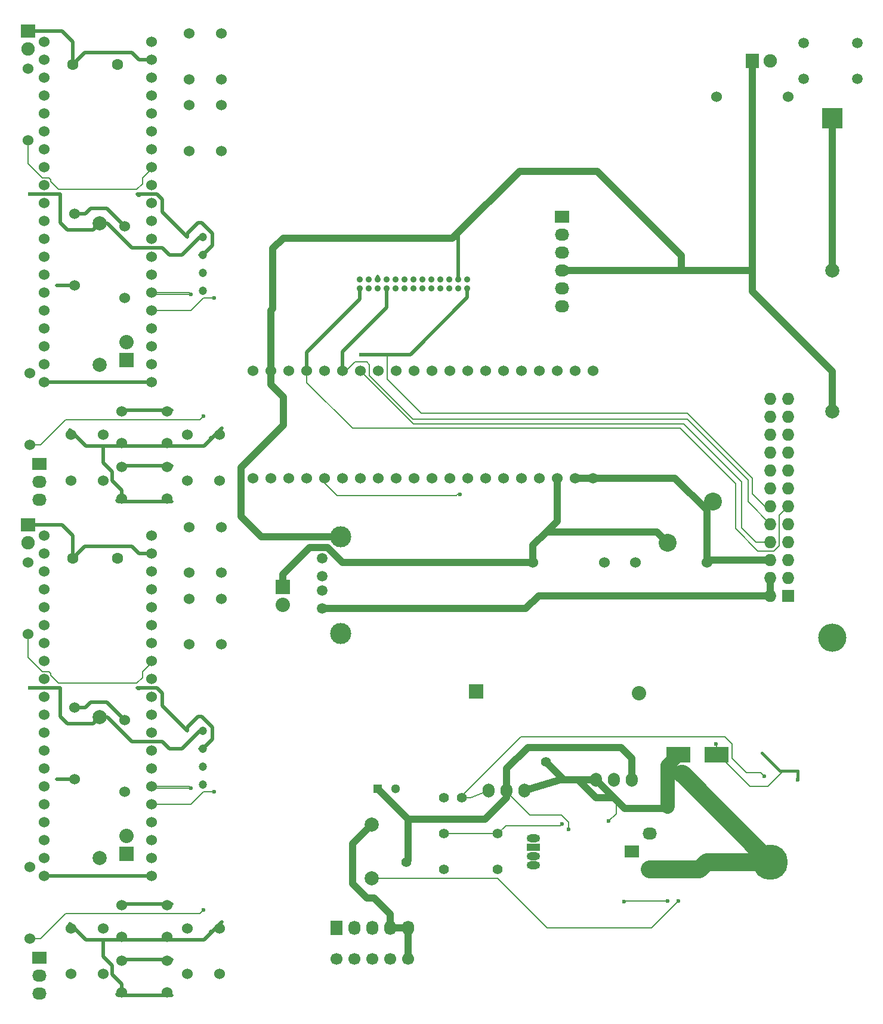
<source format=gbr>
G04 #@! TF.FileFunction,Copper,L2,Bot,Signal*
%FSLAX46Y46*%
G04 Gerber Fmt 4.6, Leading zero omitted, Abs format (unit mm)*
G04 Created by KiCad (PCBNEW 4.0.2+dfsg1-stable) date 2017年07月20日 15時33分43秒*
%MOMM*%
G01*
G04 APERTURE LIST*
%ADD10C,0.100000*%
%ADD11C,1.524000*%
%ADD12R,2.032000X1.727200*%
%ADD13O,2.032000X1.727200*%
%ADD14R,2.000000X1.900000*%
%ADD15C,1.900000*%
%ADD16C,1.200000*%
%ADD17C,1.600200*%
%ADD18C,2.000000*%
%ADD19R,2.032000X2.032000*%
%ADD20O,2.032000X2.032000*%
%ADD21R,3.000000X3.000000*%
%ADD22O,4.000000X4.000000*%
%ADD23R,1.900000X2.000000*%
%ADD24C,1.501140*%
%ADD25C,2.999740*%
%ADD26C,1.500000*%
%ADD27C,0.900000*%
%ADD28R,1.727200X1.727200*%
%ADD29O,1.727200X1.727200*%
%ADD30R,1.300000X1.300000*%
%ADD31C,1.300000*%
%ADD32O,1.700000X2.000000*%
%ADD33R,1.727200X2.032000*%
%ADD34O,1.727200X2.032000*%
%ADD35C,1.700000*%
%ADD36C,1.397000*%
%ADD37R,3.500120X2.301240*%
%ADD38C,5.000000*%
%ADD39O,1.905000X1.117600*%
%ADD40R,1.905000X1.117600*%
%ADD41C,0.600000*%
%ADD42C,1.399540*%
%ADD43C,2.540000*%
%ADD44C,0.508000*%
%ADD45C,1.016000*%
%ADD46C,0.203200*%
%ADD47C,2.540000*%
%ADD48C,2.032000*%
%ADD49C,0.381000*%
G04 APERTURE END LIST*
D10*
D11*
X64641600Y-38934800D03*
X64641600Y-41474800D03*
X64641600Y-44014800D03*
X64641600Y-46554800D03*
X64641600Y-49094800D03*
X64641600Y-51634800D03*
X64641600Y-54174800D03*
X64641600Y-56714800D03*
X64641600Y-59254800D03*
X64641600Y-61794800D03*
X64641600Y-64334800D03*
X64641600Y-66874800D03*
X64641600Y-69414800D03*
X64641600Y-71954800D03*
X64641600Y-74494800D03*
X64641600Y-77034800D03*
X64641600Y-79574800D03*
X64641600Y-82114800D03*
X64641600Y-84654800D03*
X64641600Y-87194800D03*
X79881600Y-87194800D03*
X79881600Y-84654800D03*
X79881600Y-82114800D03*
X79881600Y-79574800D03*
X79881600Y-77034800D03*
X79881600Y-74494800D03*
X79881600Y-71954800D03*
X79881600Y-69414800D03*
X79881600Y-66874800D03*
X79881600Y-64334800D03*
X79881600Y-61794800D03*
X79881600Y-59254800D03*
X79881600Y-56714800D03*
X79881600Y-54174800D03*
X79881600Y-51634800D03*
X79881600Y-49094800D03*
X79881600Y-46554800D03*
X79881600Y-44014800D03*
X79881600Y-41474800D03*
X79881600Y-38934800D03*
X75615600Y-95794800D03*
X82115600Y-95794800D03*
X82115600Y-91294800D03*
X75615600Y-91294800D03*
X75615600Y-103668800D03*
X82115600Y-103668800D03*
X82115600Y-99168800D03*
X75615600Y-99168800D03*
X89497600Y-101112800D03*
X89497600Y-94612800D03*
X84997600Y-94612800D03*
X84997600Y-101112800D03*
X68487600Y-94612800D03*
X68487600Y-101112800D03*
X72987600Y-101112800D03*
X72987600Y-94612800D03*
X89751600Y-44216800D03*
X89751600Y-37716800D03*
X85251600Y-37716800D03*
X85251600Y-44216800D03*
X89751600Y-54376800D03*
X89751600Y-47876800D03*
X85251600Y-47876800D03*
X85251600Y-54376800D03*
D12*
X63955600Y-98784800D03*
D13*
X63955600Y-101324800D03*
X63955600Y-103864800D03*
D14*
X62355600Y-37410800D03*
D15*
X62355600Y-39950800D03*
D16*
X87163600Y-66620800D03*
X87163600Y-69160800D03*
X87163600Y-71700800D03*
X87163600Y-74240800D03*
D17*
X68705600Y-42109800D03*
X75055600Y-42109800D03*
D11*
X76071600Y-65096800D03*
X76071600Y-75256800D03*
X68959600Y-73478800D03*
X68959600Y-63318800D03*
X62355600Y-52904800D03*
X62355600Y-42744800D03*
X62609600Y-96084800D03*
X62609600Y-85924800D03*
D18*
X72515600Y-64684800D03*
X72515600Y-84684800D03*
D19*
X76325600Y-84019800D03*
D20*
X76325600Y-81479800D03*
D21*
X176443600Y-49748800D03*
D22*
X176443600Y-123408800D03*
D18*
X176443600Y-91308800D03*
X176443600Y-71308800D03*
D23*
X165173600Y-41620800D03*
D15*
X167713600Y-41620800D03*
D24*
X104083480Y-112131940D03*
X104083480Y-114671940D03*
X104083480Y-116703940D03*
X104083480Y-119243940D03*
D25*
X106750480Y-109083940D03*
X106750480Y-122799940D03*
D12*
X138085600Y-63744800D03*
D13*
X138085600Y-66284800D03*
X138085600Y-68824800D03*
X138085600Y-71364800D03*
X138085600Y-73904800D03*
X138085600Y-76444800D03*
D11*
X160093600Y-46700800D03*
X170253600Y-46700800D03*
X134005600Y-112744800D03*
X144165600Y-112744800D03*
X148505600Y-112744800D03*
X158665600Y-112744800D03*
D26*
X179999600Y-39080800D03*
X179999600Y-44160800D03*
X172379600Y-39080800D03*
X172379600Y-44160800D03*
D19*
X125897600Y-131028800D03*
D20*
X149085600Y-131244800D03*
D27*
X109465600Y-73879800D03*
X109465600Y-72609800D03*
X110735600Y-73879800D03*
X110735600Y-72609800D03*
X112005600Y-73879800D03*
X112005600Y-72609800D03*
X113275600Y-73879800D03*
X113275600Y-72609800D03*
X114545600Y-73879800D03*
X114545600Y-72609800D03*
X115815600Y-73879800D03*
X115815600Y-72609800D03*
X117085600Y-73879800D03*
X117085600Y-72609800D03*
X118355600Y-73879800D03*
X118355600Y-72609800D03*
X119625600Y-73879800D03*
X119625600Y-72609800D03*
X120895600Y-73879800D03*
X120895600Y-72609800D03*
X122165600Y-73879800D03*
X122165600Y-72609800D03*
X123435600Y-73879800D03*
X123435600Y-72609800D03*
X124705600Y-73879800D03*
X124705600Y-72609800D03*
D11*
X142545600Y-85554800D03*
X140005600Y-85554800D03*
X137465600Y-85554800D03*
X134925600Y-85554800D03*
X132385600Y-85554800D03*
X129845600Y-85554800D03*
X127305600Y-85554800D03*
X124765600Y-85554800D03*
X122225600Y-85554800D03*
X119685600Y-85554800D03*
X117145600Y-85554800D03*
X114605600Y-85554800D03*
X112065600Y-85554800D03*
X109525600Y-85554800D03*
X106985600Y-85554800D03*
X104445600Y-85554800D03*
X101905600Y-85554800D03*
X99365600Y-85554800D03*
X96825600Y-85554800D03*
X94285600Y-85554800D03*
X94285600Y-100794800D03*
X96825600Y-100794800D03*
X99365600Y-100794800D03*
X101905600Y-100794800D03*
X104445600Y-100794800D03*
X106985600Y-100794800D03*
X109525600Y-100794800D03*
X112065600Y-100794800D03*
X114605600Y-100794800D03*
X117145600Y-100794800D03*
X119685600Y-100794800D03*
X122225600Y-100794800D03*
X124765600Y-100794800D03*
X127305600Y-100794800D03*
X129845600Y-100794800D03*
X132385600Y-100794800D03*
X134925600Y-100794800D03*
X137465600Y-100794800D03*
X140005600Y-100794800D03*
X142545600Y-100794800D03*
D19*
X98465600Y-116169800D03*
D20*
X98465600Y-118709800D03*
D28*
X170220600Y-117439800D03*
D29*
X167680600Y-117439800D03*
X170220600Y-114899800D03*
X167680600Y-114899800D03*
X170220600Y-112359800D03*
X167680600Y-112359800D03*
X170220600Y-109819800D03*
X167680600Y-109819800D03*
X170220600Y-107279800D03*
X167680600Y-107279800D03*
X170220600Y-104739800D03*
X167680600Y-104739800D03*
X170220600Y-102199800D03*
X167680600Y-102199800D03*
X170220600Y-99659800D03*
X167680600Y-99659800D03*
X170220600Y-97119800D03*
X167680600Y-97119800D03*
X170220600Y-94579800D03*
X167680600Y-94579800D03*
X170220600Y-92039800D03*
X167680600Y-92039800D03*
X170220600Y-89499800D03*
X167680600Y-89499800D03*
D30*
X111997600Y-144854800D03*
D31*
X114497600Y-144854800D03*
D32*
X148065600Y-143584800D03*
X145525600Y-143584800D03*
X142985600Y-143584800D03*
X132825600Y-145108800D03*
X130285600Y-145108800D03*
X127745600Y-145108800D03*
D33*
X106155600Y-164539800D03*
D34*
X108695600Y-164539800D03*
X111235600Y-164539800D03*
X113775600Y-164539800D03*
X116315600Y-164539800D03*
D35*
X116315600Y-168984800D03*
X111235600Y-168984800D03*
X113775600Y-168984800D03*
X108695600Y-168984800D03*
X106155600Y-168984800D03*
D12*
X148065600Y-153744800D03*
D13*
X150605600Y-151204800D03*
X150605600Y-156284800D03*
D36*
X121395600Y-146124800D03*
X123935600Y-146124800D03*
D18*
X111085600Y-157544640D03*
X111085600Y-149944960D03*
D37*
X154635580Y-139994800D03*
X160035620Y-139994800D03*
D36*
X129015600Y-151204800D03*
X129015600Y-156284800D03*
X121395600Y-151204800D03*
X121395600Y-156284800D03*
D38*
X167685600Y-155214800D03*
D39*
X134095600Y-151839800D03*
D40*
X134095600Y-153109800D03*
D39*
X134095600Y-154379800D03*
X134095600Y-155649800D03*
D19*
X76325600Y-154019800D03*
D20*
X76325600Y-151479800D03*
D18*
X72515600Y-134684800D03*
X72515600Y-154684800D03*
D11*
X62609600Y-166084800D03*
X62609600Y-155924800D03*
X62355600Y-122904800D03*
X62355600Y-112744800D03*
X68959600Y-143478800D03*
X68959600Y-133318800D03*
X76071600Y-135096800D03*
X76071600Y-145256800D03*
D17*
X68705600Y-112109800D03*
X75055600Y-112109800D03*
D16*
X87163600Y-136620800D03*
X87163600Y-139160800D03*
X87163600Y-141700800D03*
X87163600Y-144240800D03*
D14*
X62355600Y-107410800D03*
D15*
X62355600Y-109950800D03*
D12*
X63955600Y-168784800D03*
D13*
X63955600Y-171324800D03*
X63955600Y-173864800D03*
D11*
X89751600Y-124376800D03*
X89751600Y-117876800D03*
X85251600Y-117876800D03*
X85251600Y-124376800D03*
X89751600Y-114216800D03*
X89751600Y-107716800D03*
X85251600Y-107716800D03*
X85251600Y-114216800D03*
X68487600Y-164612800D03*
X68487600Y-171112800D03*
X72987600Y-171112800D03*
X72987600Y-164612800D03*
X89497600Y-171112800D03*
X89497600Y-164612800D03*
X84997600Y-164612800D03*
X84997600Y-171112800D03*
X75615600Y-173668800D03*
X82115600Y-173668800D03*
X82115600Y-169168800D03*
X75615600Y-169168800D03*
X75615600Y-165794800D03*
X82115600Y-165794800D03*
X82115600Y-161294800D03*
X75615600Y-161294800D03*
X64641600Y-108934800D03*
X64641600Y-111474800D03*
X64641600Y-114014800D03*
X64641600Y-116554800D03*
X64641600Y-119094800D03*
X64641600Y-121634800D03*
X64641600Y-124174800D03*
X64641600Y-126714800D03*
X64641600Y-129254800D03*
X64641600Y-131794800D03*
X64641600Y-134334800D03*
X64641600Y-136874800D03*
X64641600Y-139414800D03*
X64641600Y-141954800D03*
X64641600Y-144494800D03*
X64641600Y-147034800D03*
X64641600Y-149574800D03*
X64641600Y-152114800D03*
X64641600Y-154654800D03*
X64641600Y-157194800D03*
X79881600Y-157194800D03*
X79881600Y-154654800D03*
X79881600Y-152114800D03*
X79881600Y-149574800D03*
X79881600Y-147034800D03*
X79881600Y-144494800D03*
X79881600Y-141954800D03*
X79881600Y-139414800D03*
X79881600Y-136874800D03*
X79881600Y-134334800D03*
X79881600Y-131794800D03*
X79881600Y-129254800D03*
X79881600Y-126714800D03*
X79881600Y-124174800D03*
X79881600Y-121634800D03*
X79881600Y-119094800D03*
X79881600Y-116554800D03*
X79881600Y-114014800D03*
X79881600Y-111474800D03*
X79881600Y-108934800D03*
D41*
X62609600Y-60524800D03*
X144763600Y-149426800D03*
D42*
X155085600Y-142744800D03*
X135873600Y-141044800D03*
D43*
X159552600Y-104104800D03*
D41*
X62609600Y-130524800D03*
X78085600Y-60644800D03*
X66673600Y-73478800D03*
X139048600Y-150569800D03*
D42*
X116061600Y-155268800D03*
D43*
X153075600Y-109946800D03*
D41*
X66673600Y-143478800D03*
X78085600Y-130644800D03*
X88771600Y-75256800D03*
X123611600Y-103088800D03*
X88771600Y-145256800D03*
X109585600Y-83244800D03*
X160003600Y-138504800D03*
X171560600Y-143584800D03*
X166861600Y-143076800D03*
X154669600Y-160729800D03*
X146922600Y-160856800D03*
X153145600Y-160729800D03*
X138159600Y-149807800D03*
X87247600Y-92020800D03*
X87247600Y-162020800D03*
X85469600Y-74748800D03*
X85469600Y-144748800D03*
D44*
X79721600Y-41634800D02*
X79881600Y-41474800D01*
X68705600Y-38934800D02*
X68705600Y-42109800D01*
X67181600Y-37410800D02*
X68705600Y-38934800D01*
X62355600Y-37410800D02*
X67181600Y-37410800D01*
X78103600Y-41474800D02*
X77087600Y-40458800D01*
X77087600Y-40458800D02*
X70356600Y-40458800D01*
X70356600Y-40458800D02*
X68705600Y-42109800D01*
X79881600Y-41474800D02*
X78103600Y-41474800D01*
X71595600Y-65604800D02*
X72515600Y-64684800D01*
X67943600Y-65604800D02*
X71595600Y-65604800D01*
X66927600Y-64588800D02*
X67943600Y-65604800D01*
X66927600Y-60524800D02*
X66927600Y-64588800D01*
X62609600Y-60524800D02*
X66927600Y-60524800D01*
X82421600Y-69160800D02*
X81405600Y-68144800D01*
X81405600Y-68144800D02*
X77087600Y-68144800D01*
X77087600Y-68144800D02*
X73627600Y-64684800D01*
X73627600Y-64684800D02*
X72515600Y-64684800D01*
X84199600Y-69160800D02*
X82421600Y-69160800D01*
X86739600Y-66620800D02*
X84199600Y-69160800D01*
X87163600Y-66620800D02*
X86739600Y-66620800D01*
D45*
X167680600Y-112359800D02*
X159050600Y-112359800D01*
X159050600Y-112359800D02*
X158665600Y-112744800D01*
X96825600Y-85554800D02*
X96825600Y-76984800D01*
X96825600Y-76984800D02*
X97085600Y-76724800D01*
X142545600Y-100794800D02*
X140005600Y-100794800D01*
X154135600Y-100794800D02*
X142545600Y-100794800D01*
D44*
X123435600Y-72609800D02*
X123435600Y-65894800D01*
X123435600Y-65894800D02*
X123085600Y-66244800D01*
X123085600Y-66244800D02*
X123085600Y-66744800D01*
X123085600Y-66744800D02*
X123085600Y-66244800D01*
D45*
X98585600Y-93244800D02*
X98585600Y-89244800D01*
X95424740Y-109083940D02*
X92585600Y-106244800D01*
X92585600Y-106244800D02*
X92585600Y-99244800D01*
X92585600Y-99244800D02*
X98585600Y-93244800D01*
X106750480Y-109083940D02*
X95424740Y-109083940D01*
X155085600Y-69244800D02*
X155085600Y-71244800D01*
X155085600Y-71244800D02*
X155085600Y-71364800D01*
X143085600Y-57244800D02*
X155085600Y-69244800D01*
X132085600Y-57244800D02*
X143085600Y-57244800D01*
X122585600Y-66744800D02*
X123085600Y-66244800D01*
X123085600Y-66244800D02*
X132085600Y-57244800D01*
X98585600Y-66744800D02*
X122585600Y-66744800D01*
X97085600Y-68244800D02*
X98585600Y-66744800D01*
X97085600Y-76724800D02*
X97085600Y-68244800D01*
X96825600Y-76984800D02*
X97085600Y-76724800D01*
X96825600Y-87484800D02*
X96825600Y-76984800D01*
X98585600Y-89244800D02*
X96825600Y-87484800D01*
X138085600Y-71364800D02*
X148249600Y-71364800D01*
X148249600Y-71364800D02*
X155085600Y-71364800D01*
X155085600Y-71364800D02*
X165173600Y-71364800D01*
X165173600Y-71364800D02*
X165085600Y-71276800D01*
X165085600Y-71276800D02*
X165085600Y-71244800D01*
X165085600Y-71244800D02*
X165173600Y-71244800D01*
X165173600Y-41620800D02*
X165173600Y-71244800D01*
X165173600Y-71244800D02*
X165173600Y-74332800D01*
X176443600Y-85602800D02*
X176443600Y-91308800D01*
X165173600Y-74332800D02*
X176443600Y-85602800D01*
D46*
X145843100Y-148347300D02*
X145843100Y-146442300D01*
X144763600Y-149426800D02*
X145843100Y-148347300D01*
D47*
X155085600Y-142744800D02*
X155215600Y-142744800D01*
X155215600Y-142744800D02*
X167685600Y-155214800D01*
X150605600Y-156284800D02*
X157590600Y-156284800D01*
X157590600Y-156284800D02*
X158660600Y-155214800D01*
X158660600Y-155214800D02*
X167685600Y-155214800D01*
D45*
X153272600Y-142568800D02*
X153145600Y-142568800D01*
X153272600Y-142582800D02*
X153272600Y-142568800D01*
X153145600Y-142709800D02*
X153272600Y-142582800D01*
X155050600Y-142709800D02*
X153145600Y-142709800D01*
X155085600Y-142744800D02*
X155050600Y-142709800D01*
D48*
X153145600Y-147394800D02*
X153145600Y-142568800D01*
D45*
X152891600Y-147648800D02*
X153145600Y-147394800D01*
X147049600Y-147648800D02*
X152891600Y-147648800D01*
X145525600Y-146124800D02*
X145843100Y-146442300D01*
X145843100Y-146442300D02*
X147049600Y-147648800D01*
D48*
X153145600Y-142568800D02*
X153145600Y-141484780D01*
X153145600Y-141484780D02*
X154635580Y-139994800D01*
D45*
X113775600Y-164539800D02*
X113775600Y-162634800D01*
X108441600Y-152588960D02*
X111085600Y-149944960D01*
X108441600Y-158316800D02*
X108441600Y-152588960D01*
X110473600Y-160348800D02*
X108441600Y-158316800D01*
X111489600Y-160348800D02*
X110473600Y-160348800D01*
X113775600Y-162634800D02*
X111489600Y-160348800D01*
X140445600Y-143584800D02*
X138413600Y-143584800D01*
X138413600Y-143584800D02*
X135873600Y-141044800D01*
X137905600Y-143584800D02*
X140445600Y-143584800D01*
X142985600Y-146124800D02*
X145525600Y-146124800D01*
X140445600Y-143584800D02*
X142985600Y-146124800D01*
X142985600Y-143584800D02*
X145525600Y-146124800D01*
X116315600Y-168984800D02*
X116315600Y-164539800D01*
X116315600Y-164539800D02*
X113775600Y-164539800D01*
X142985600Y-143584800D02*
X137905600Y-143584800D01*
X137905600Y-143584800D02*
X132825600Y-145108800D01*
X158665600Y-104991800D02*
X158665600Y-105324800D01*
X159552600Y-104104800D02*
X158665600Y-104991800D01*
X158665600Y-112744800D02*
X158665600Y-105324800D01*
X158665600Y-105324800D02*
X154135600Y-100794800D01*
D44*
X87163600Y-136620800D02*
X86739600Y-136620800D01*
X86739600Y-136620800D02*
X84199600Y-139160800D01*
X84199600Y-139160800D02*
X82421600Y-139160800D01*
X73627600Y-134684800D02*
X72515600Y-134684800D01*
X77087600Y-138144800D02*
X73627600Y-134684800D01*
X81405600Y-138144800D02*
X77087600Y-138144800D01*
X82421600Y-139160800D02*
X81405600Y-138144800D01*
X62609600Y-130524800D02*
X66927600Y-130524800D01*
X66927600Y-130524800D02*
X66927600Y-134588800D01*
X66927600Y-134588800D02*
X67943600Y-135604800D01*
X67943600Y-135604800D02*
X71595600Y-135604800D01*
X71595600Y-135604800D02*
X72515600Y-134684800D01*
X79881600Y-111474800D02*
X78103600Y-111474800D01*
X70356600Y-110458800D02*
X68705600Y-112109800D01*
X77087600Y-110458800D02*
X70356600Y-110458800D01*
X78103600Y-111474800D02*
X77087600Y-110458800D01*
X62355600Y-107410800D02*
X67181600Y-107410800D01*
X67181600Y-107410800D02*
X68705600Y-108934800D01*
X68705600Y-108934800D02*
X68705600Y-112109800D01*
X79721600Y-111634800D02*
X79881600Y-111474800D01*
X86993600Y-64588800D02*
X88517600Y-66112800D01*
X86485600Y-64588800D02*
X86993600Y-64588800D01*
X84961600Y-66112800D02*
X86485600Y-64588800D01*
X84961600Y-66620800D02*
X84961600Y-66112800D01*
X84961600Y-66620800D02*
X81405600Y-63064800D01*
X81405600Y-63064800D02*
X81405600Y-61286800D01*
X81405600Y-61286800D02*
X80643600Y-60524800D01*
X80643600Y-60524800D02*
X77849600Y-60524800D01*
X77849600Y-60524800D02*
X78085600Y-60644800D01*
X66419600Y-73478800D02*
X66673600Y-73478800D01*
X68959600Y-73478800D02*
X66419600Y-73478800D01*
X87163600Y-69160800D02*
X86739600Y-69160800D01*
X79881600Y-87194800D02*
X64641600Y-87194800D01*
X88517600Y-66112800D02*
X88517600Y-67806800D01*
X88517600Y-67806800D02*
X87163600Y-69160800D01*
D45*
X134005600Y-112744800D02*
X107006458Y-112744800D01*
X98465600Y-114391800D02*
X98465600Y-116169800D01*
X102275600Y-110581800D02*
X98465600Y-114391800D01*
X104843458Y-110581800D02*
X102275600Y-110581800D01*
X107006458Y-112744800D02*
X104843458Y-110581800D01*
X137465600Y-100794800D02*
X137465600Y-106864800D01*
X134005600Y-110324800D02*
X134005600Y-112744800D01*
D46*
X130285600Y-145108800D02*
X130285600Y-145235800D01*
X130285600Y-145235800D02*
X133587600Y-148537800D01*
X139048600Y-149553800D02*
X139048600Y-150569800D01*
X138032600Y-148537800D02*
X139048600Y-149553800D01*
X133587600Y-148537800D02*
X138032600Y-148537800D01*
D45*
X116315600Y-149172800D02*
X116315600Y-155014800D01*
X116315600Y-155014800D02*
X116061600Y-155268800D01*
X130285600Y-145108800D02*
X130285600Y-146124800D01*
X116315600Y-149172800D02*
X111997600Y-144854800D01*
X127237600Y-149172800D02*
X116315600Y-149172800D01*
X130285600Y-146124800D02*
X127999600Y-148410800D01*
X127999600Y-148410800D02*
X127237600Y-149172800D01*
X130285600Y-145108800D02*
X130285600Y-141933800D01*
X148065600Y-140536800D02*
X148065600Y-143584800D01*
X146478100Y-138949300D02*
X148065600Y-140536800D01*
X133270100Y-138949300D02*
X146478100Y-138949300D01*
X130285600Y-141933800D02*
X133270100Y-138949300D01*
X135907600Y-108422800D02*
X151551600Y-108422800D01*
X151551600Y-108422800D02*
X153075600Y-109946800D01*
X137465600Y-106864800D02*
X135907600Y-108422800D01*
X135907600Y-108422800D02*
X134005600Y-110324800D01*
D44*
X88517600Y-137806800D02*
X87163600Y-139160800D01*
X88517600Y-136112800D02*
X88517600Y-137806800D01*
X79881600Y-157194800D02*
X64641600Y-157194800D01*
X87163600Y-139160800D02*
X86739600Y-139160800D01*
X68959600Y-143478800D02*
X66419600Y-143478800D01*
X66419600Y-143478800D02*
X66673600Y-143478800D01*
X77849600Y-130524800D02*
X78085600Y-130644800D01*
X80643600Y-130524800D02*
X77849600Y-130524800D01*
X81405600Y-131286800D02*
X80643600Y-130524800D01*
X81405600Y-133064800D02*
X81405600Y-131286800D01*
X84961600Y-136620800D02*
X81405600Y-133064800D01*
X84961600Y-136620800D02*
X84961600Y-136112800D01*
X84961600Y-136112800D02*
X86485600Y-134588800D01*
X86485600Y-134588800D02*
X86993600Y-134588800D01*
X86993600Y-134588800D02*
X88517600Y-136112800D01*
D45*
X176443600Y-71308800D02*
X176443600Y-49748800D01*
D46*
X78585600Y-59044800D02*
X77785600Y-59844800D01*
X77785600Y-59844800D02*
X66685600Y-59844800D01*
X66685600Y-59844800D02*
X65585600Y-58744800D01*
X65585600Y-58744800D02*
X65585600Y-58444800D01*
X65331999Y-58191199D02*
X64339999Y-58191199D01*
X62355600Y-56206800D02*
X62355600Y-52904800D01*
X64339999Y-58191199D02*
X62355600Y-56206800D01*
X78585600Y-58244800D02*
X78585600Y-59044800D01*
X65585600Y-58444800D02*
X65331999Y-58191199D01*
X79881600Y-56948800D02*
X78585600Y-58244800D01*
X79881600Y-56714800D02*
X79881600Y-56948800D01*
X79881600Y-126714800D02*
X79881600Y-126948800D01*
X79881600Y-126948800D02*
X78585600Y-128244800D01*
X65585600Y-128444800D02*
X65331999Y-128191199D01*
X78585600Y-128244800D02*
X78585600Y-129044800D01*
X64339999Y-128191199D02*
X62355600Y-126206800D01*
X62355600Y-126206800D02*
X62355600Y-122904800D01*
X65331999Y-128191199D02*
X64339999Y-128191199D01*
X65585600Y-128744800D02*
X65585600Y-128444800D01*
X66685600Y-129844800D02*
X65585600Y-128744800D01*
X77785600Y-129844800D02*
X66685600Y-129844800D01*
X78585600Y-129044800D02*
X77785600Y-129844800D01*
D44*
X70483600Y-63318800D02*
X71245600Y-62556800D01*
X71245600Y-62556800D02*
X73531600Y-62556800D01*
X73531600Y-62556800D02*
X76071600Y-65096800D01*
X68959600Y-63318800D02*
X70483600Y-63318800D01*
X81499600Y-96244800D02*
X75131600Y-96244800D01*
X82751600Y-96244800D02*
X81499600Y-96244800D01*
X70559600Y-96244800D02*
X68273600Y-93958800D01*
X73023600Y-96244800D02*
X70559600Y-96244800D01*
X75131600Y-96244800D02*
X73023600Y-96244800D01*
X88499600Y-95068800D02*
X89863600Y-93704800D01*
X87323600Y-96244800D02*
X88499600Y-95068800D01*
X82751600Y-96244800D02*
X87323600Y-96244800D01*
X75131600Y-104118800D02*
X74971600Y-103958800D01*
X76485600Y-104118800D02*
X75131600Y-104118800D01*
X81245600Y-104118800D02*
X76485600Y-104118800D01*
X82751600Y-104118800D02*
X81245600Y-104118800D01*
X75131600Y-104118800D02*
X75615600Y-103668800D01*
X75581600Y-103668800D02*
X75131600Y-104118800D01*
X75615600Y-103668800D02*
X75581600Y-103668800D01*
X68927600Y-94612800D02*
X70559600Y-96244800D01*
X68487600Y-94612800D02*
X68927600Y-94612800D01*
X75615600Y-102486800D02*
X74293600Y-101164800D01*
X74293600Y-101164800D02*
X74293600Y-99894800D01*
X74293600Y-99894800D02*
X73023600Y-98624800D01*
X73023600Y-98624800D02*
X73023600Y-96244800D01*
X75615600Y-103668800D02*
X75615600Y-102486800D01*
X75165600Y-96244800D02*
X75615600Y-95794800D01*
X73023600Y-96244800D02*
X75165600Y-96244800D01*
X81949600Y-95794800D02*
X81499600Y-96244800D01*
X82115600Y-95794800D02*
X81949600Y-95794800D01*
X88263600Y-95068800D02*
X88499600Y-95068800D01*
X88499600Y-95068800D02*
X88263600Y-95068800D01*
X88955600Y-94612800D02*
X88499600Y-95068800D01*
X89497600Y-94612800D02*
X88955600Y-94612800D01*
D46*
X81695600Y-103668800D02*
X81245600Y-104118800D01*
X82115600Y-103668800D02*
X81695600Y-103668800D01*
X76035600Y-103668800D02*
X76485600Y-104118800D01*
X75615600Y-103668800D02*
X76035600Y-103668800D01*
X75615600Y-173668800D02*
X76035600Y-173668800D01*
X76035600Y-173668800D02*
X76485600Y-174118800D01*
X82115600Y-173668800D02*
X81695600Y-173668800D01*
X81695600Y-173668800D02*
X81245600Y-174118800D01*
D44*
X89497600Y-164612800D02*
X88955600Y-164612800D01*
X88955600Y-164612800D02*
X88499600Y-165068800D01*
X88499600Y-165068800D02*
X88263600Y-165068800D01*
X88263600Y-165068800D02*
X88499600Y-165068800D01*
X82115600Y-165794800D02*
X81949600Y-165794800D01*
X81949600Y-165794800D02*
X81499600Y-166244800D01*
X73023600Y-166244800D02*
X75165600Y-166244800D01*
X75165600Y-166244800D02*
X75615600Y-165794800D01*
X75615600Y-173668800D02*
X75615600Y-172486800D01*
X73023600Y-168624800D02*
X73023600Y-166244800D01*
X74293600Y-169894800D02*
X73023600Y-168624800D01*
X74293600Y-171164800D02*
X74293600Y-169894800D01*
X75615600Y-172486800D02*
X74293600Y-171164800D01*
X68487600Y-164612800D02*
X68927600Y-164612800D01*
X68927600Y-164612800D02*
X70559600Y-166244800D01*
X75615600Y-173668800D02*
X75581600Y-173668800D01*
X75581600Y-173668800D02*
X75131600Y-174118800D01*
X75131600Y-174118800D02*
X75615600Y-173668800D01*
X82751600Y-174118800D02*
X81245600Y-174118800D01*
X81245600Y-174118800D02*
X76485600Y-174118800D01*
X76485600Y-174118800D02*
X75131600Y-174118800D01*
X75131600Y-174118800D02*
X74971600Y-173958800D01*
X82751600Y-166244800D02*
X87323600Y-166244800D01*
X87323600Y-166244800D02*
X88499600Y-165068800D01*
X88499600Y-165068800D02*
X89863600Y-163704800D01*
X75131600Y-166244800D02*
X73023600Y-166244800D01*
X73023600Y-166244800D02*
X70559600Y-166244800D01*
X70559600Y-166244800D02*
X68273600Y-163958800D01*
X82751600Y-166244800D02*
X81499600Y-166244800D01*
X81499600Y-166244800D02*
X75131600Y-166244800D01*
X68959600Y-133318800D02*
X70483600Y-133318800D01*
X73531600Y-132556800D02*
X76071600Y-135096800D01*
X71245600Y-132556800D02*
X73531600Y-132556800D01*
X70483600Y-133318800D02*
X71245600Y-132556800D01*
D46*
X88771600Y-75256800D02*
X87247600Y-75256800D01*
X85469600Y-77034800D02*
X79881600Y-77034800D01*
X87247600Y-75256800D02*
X85469600Y-77034800D01*
X106212600Y-103215800D02*
X123103600Y-103215800D01*
X123103600Y-103215800D02*
X123230600Y-103088800D01*
X123230600Y-103088800D02*
X123611600Y-103088800D01*
X104445600Y-101448800D02*
X106212600Y-103215800D01*
X104445600Y-100794800D02*
X104445600Y-101448800D01*
X87247600Y-145256800D02*
X85469600Y-147034800D01*
X85469600Y-147034800D02*
X79881600Y-147034800D01*
X88771600Y-145256800D02*
X87247600Y-145256800D01*
D44*
X114605600Y-100794800D02*
X114605600Y-100724800D01*
D46*
X101905600Y-85554800D02*
X101905600Y-87224800D01*
X168950600Y-106009800D02*
X170220600Y-104739800D01*
X168950600Y-110327800D02*
X168950600Y-106009800D01*
X168188600Y-111089800D02*
X168950600Y-110327800D01*
X165902600Y-111089800D02*
X168188600Y-111089800D01*
X162727600Y-107914800D02*
X165902600Y-111089800D01*
X162727600Y-101564800D02*
X162727600Y-107914800D01*
X154853600Y-93690800D02*
X162727600Y-101564800D01*
X108371600Y-93690800D02*
X154853600Y-93690800D01*
X101905600Y-87224800D02*
X108371600Y-93690800D01*
D44*
X109465600Y-73879800D02*
X109465600Y-75364800D01*
X101905600Y-82924800D02*
X101905600Y-85554800D01*
X109465600Y-75364800D02*
X101905600Y-82924800D01*
D46*
X167680600Y-109819800D02*
X165648600Y-109819800D01*
X117026600Y-93055800D02*
X109525600Y-85554800D01*
X165648600Y-109819800D02*
X163616600Y-107787800D01*
D44*
X112005600Y-72609800D02*
X112005600Y-72164800D01*
D46*
X155361600Y-93055800D02*
X117026600Y-93055800D01*
X163616600Y-101310800D02*
X155361600Y-93055800D01*
X163616600Y-107787800D02*
X163616600Y-101310800D01*
X110784600Y-84673800D02*
X110784600Y-86243586D01*
X110403600Y-84292800D02*
X110784600Y-84673800D01*
X108752600Y-84292800D02*
X110403600Y-84292800D01*
X106985600Y-85554800D02*
X107490600Y-85554800D01*
X107490600Y-85554800D02*
X108752600Y-84292800D01*
X164505600Y-104104800D02*
X167680600Y-107279800D01*
X164505600Y-101056800D02*
X164505600Y-104104800D01*
X155869600Y-92420800D02*
X164505600Y-101056800D01*
X116961814Y-92420800D02*
X155869600Y-92420800D01*
X110784600Y-86243586D02*
X116961814Y-92420800D01*
D44*
X113275600Y-73879800D02*
X113275600Y-76554800D01*
X106985600Y-82844800D02*
X106985600Y-85554800D01*
X113275600Y-76554800D02*
X106985600Y-82844800D01*
D46*
X167680600Y-104739800D02*
X166918600Y-104739800D01*
X166918600Y-104739800D02*
X165140600Y-102961800D01*
X165140600Y-102961800D02*
X165140600Y-100802800D01*
X165140600Y-100802800D02*
X155869600Y-91531800D01*
X155869600Y-91531800D02*
X118150600Y-91531800D01*
X118150600Y-91531800D02*
X113324600Y-86705800D01*
D44*
X124705600Y-73879800D02*
X124705600Y-75124800D01*
D46*
X113324600Y-86705800D02*
X113324600Y-83244800D01*
D44*
X116585600Y-83244800D02*
X113324600Y-83244800D01*
X113324600Y-83244800D02*
X109585600Y-83244800D01*
X124705600Y-75124800D02*
X116585600Y-83244800D01*
D45*
X167680600Y-114899800D02*
X167680600Y-117439800D01*
X104083480Y-119243940D02*
X132983460Y-119243940D01*
X134787600Y-117439800D02*
X167680600Y-117439800D01*
X132983460Y-119243940D02*
X134787600Y-117439800D01*
D46*
X160035620Y-138536820D02*
X160035620Y-139994800D01*
X160003600Y-138504800D02*
X160035620Y-138536820D01*
X160035620Y-139994800D02*
X160335600Y-139994800D01*
X160335600Y-139994800D02*
X164835600Y-144494800D01*
X164835600Y-144494800D02*
X167335600Y-144494800D01*
X167335600Y-144494800D02*
X169515600Y-142314800D01*
D49*
X171560600Y-143584800D02*
X171560600Y-142314800D01*
X166480600Y-139774800D02*
X167750600Y-141044800D01*
X166480600Y-139774800D02*
X167750600Y-141044800D01*
X167750600Y-141044800D02*
X169020600Y-142314800D01*
X171560600Y-142314800D02*
X169515600Y-142314800D01*
X169515600Y-142314800D02*
X169020600Y-142314800D01*
D46*
X123935600Y-145870800D02*
X132317600Y-137488800D01*
X132317600Y-137488800D02*
X161273600Y-137488800D01*
X161273600Y-137488800D02*
X162289600Y-138504800D01*
X162289600Y-138504800D02*
X162289600Y-140536800D01*
X162289600Y-140536800D02*
X164321600Y-142568800D01*
X164321600Y-142568800D02*
X166353600Y-142568800D01*
X166353600Y-142568800D02*
X166861600Y-143076800D01*
X123935600Y-146124800D02*
X123935600Y-145870800D01*
X123935600Y-146124800D02*
X125205600Y-146124800D01*
X125205600Y-146124800D02*
X127745600Y-145108800D01*
X150859600Y-164539800D02*
X154669600Y-160729800D01*
X111085600Y-157544640D02*
X129005440Y-157544640D01*
X129005440Y-157544640D02*
X136000600Y-164539800D01*
X136000600Y-164539800D02*
X150859600Y-164539800D01*
X153145600Y-160729800D02*
X146795600Y-160729800D01*
X130158600Y-150061800D02*
X129015600Y-151204800D01*
X137905600Y-150061800D02*
X130158600Y-150061800D01*
X138159600Y-149807800D02*
X137905600Y-150061800D01*
X121395600Y-151204800D02*
X129015600Y-151204800D01*
X64133600Y-96084800D02*
X62609600Y-96084800D01*
X67689600Y-92528800D02*
X64133600Y-96084800D01*
X86739600Y-92528800D02*
X67689600Y-92528800D01*
X87247600Y-92020800D02*
X86739600Y-92528800D01*
X87247600Y-162020800D02*
X86739600Y-162528800D01*
X86739600Y-162528800D02*
X67689600Y-162528800D01*
X67689600Y-162528800D02*
X64133600Y-166084800D01*
X64133600Y-166084800D02*
X62609600Y-166084800D01*
X84961600Y-74494800D02*
X79881600Y-74494800D01*
X85469600Y-74748800D02*
X85215600Y-74494800D01*
X80135600Y-74748800D02*
X79881600Y-74494800D01*
X85215600Y-74494800D02*
X85469600Y-74748800D01*
X79881600Y-74494800D02*
X85215600Y-74494800D01*
X85469600Y-74748800D02*
X80135600Y-74748800D01*
X85215600Y-74494800D02*
X84961600Y-74494800D01*
X85215600Y-74494800D02*
X84961600Y-74494800D01*
X85215600Y-144494800D02*
X84961600Y-144494800D01*
X85215600Y-144494800D02*
X84961600Y-144494800D01*
X85469600Y-144748800D02*
X80135600Y-144748800D01*
X79881600Y-144494800D02*
X85215600Y-144494800D01*
X85215600Y-144494800D02*
X85469600Y-144748800D01*
X80135600Y-144748800D02*
X79881600Y-144494800D01*
X85469600Y-144748800D02*
X85215600Y-144494800D01*
X84961600Y-144494800D02*
X79881600Y-144494800D01*
D44*
X82751600Y-99038800D02*
X75131600Y-99038800D01*
X82751600Y-99038800D02*
X82115600Y-99168800D01*
X82621600Y-99168800D02*
X82751600Y-99038800D01*
X82115600Y-99168800D02*
X82621600Y-99168800D01*
X82115600Y-169168800D02*
X82621600Y-169168800D01*
X82621600Y-169168800D02*
X82751600Y-169038800D01*
X82751600Y-169038800D02*
X82115600Y-169168800D01*
X82751600Y-169038800D02*
X75131600Y-169038800D01*
X75131600Y-91164800D02*
X82751600Y-91164800D01*
X75131600Y-161164800D02*
X82751600Y-161164800D01*
M02*

</source>
